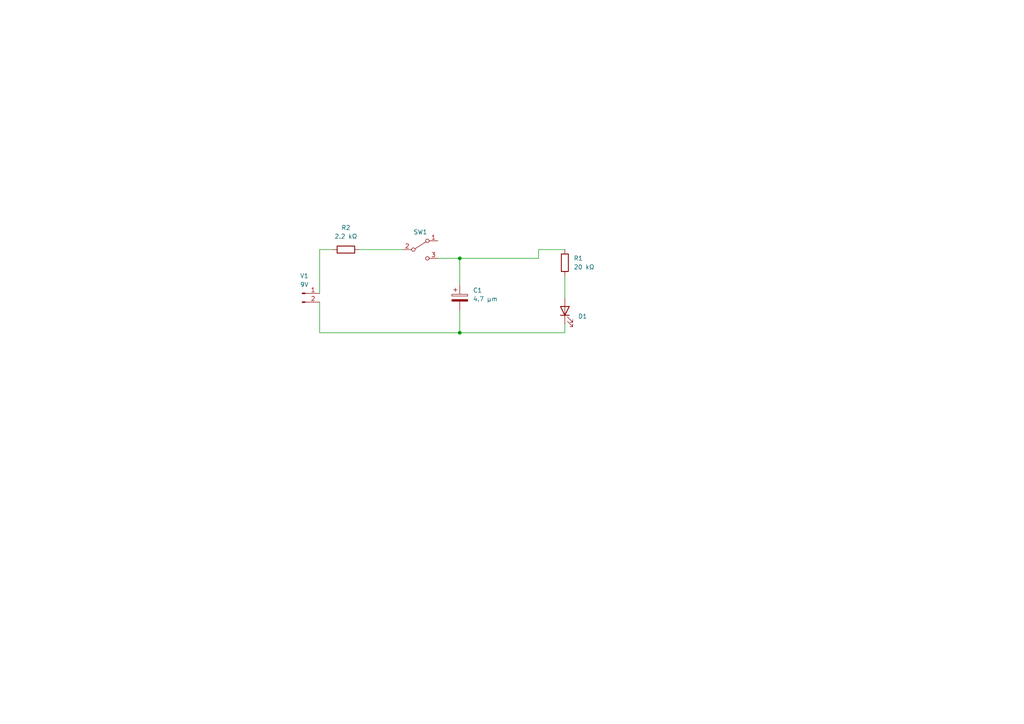
<source format=kicad_sch>
(kicad_sch (version 20211123) (generator eeschema)
  (paper "A4")
  (lib_symbols
    (symbol "Connector:Conn_01x02_Male" (pin_names (offset 1.016) hide)
      (property "Reference" "J" (at 0 2.54 0))
      (property "Value" "Conn_01x02_Male" (at 0 -5.08 0))
      (symbol "Conn_01x02_Male_1_1"
        (polyline (pts (xy 1.27 -2.54) (xy 0.8636 -2.54)) (stroke (width 0.1524)))
        (polyline (pts (xy 1.27 0) (xy 0.8636 0)) (stroke (width 0.1524)))
        (rectangle (start 0.8636 -2.413) (end 0 -2.667) (stroke (width 0.1524)) (fill (type outline)))
        (rectangle (start 0.8636 0.127) (end 0 -0.127) (stroke (width 0.1524)) (fill (type outline)))
        (pin passive line (at 5.08 0 180) (length 3.81) (name "Pin_1") (number "1"))
        (pin passive line (at 5.08 -2.54 180) (length 3.81) (name "Pin_2") (number "2"))
      )
    )
    (symbol "Device:C_Polarized" (pin_numbers hide) (pin_names (offset 0.254))
      (property "Reference" "C" (at 0.635 2.54 0))
      (property "Value" "C_Polarized" (at 0.635 -2.54 0))
      (symbol "C_Polarized_0_1"
        (rectangle (start -2.286 0.508) (end 2.286 1.016))
        (polyline (pts (xy -1.778 2.286) (xy -0.762 2.286)))
        (polyline (pts (xy -1.27 2.794) (xy -1.27 1.778)))
        (rectangle (start 2.286 -0.508) (end -2.286 -1.016) (fill (type outline)))
      )
      (symbol "C_Polarized_1_1"
        (pin passive line (at 0 3.81 270) (length 2.794) (name "~") (number "1"))
        (pin passive line (at 0 -3.81 90) (length 2.794) (name "~") (number "2"))
      )
    )
    (symbol "Device:LED" (pin_numbers hide) (pin_names (offset 1.016) hide)
      (property "Reference" "D" (at 0 2.54 0))
      (property "Value" "LED" (at 0 -2.54 0))
      (symbol "LED_0_1"
        (polyline (pts (xy -1.27 -1.27) (xy -1.27 1.27)) (stroke (width 0.254)))
        (polyline (pts (xy -1.27 0) (xy 1.27 0)))
        (polyline (pts (xy 1.27 -1.27) (xy 1.27 1.27) (xy -1.27 0) (xy 1.27 -1.27)) (stroke (width 0.254)))
        (polyline (pts (xy -3.048 -0.762) (xy -4.572 -2.286) (xy -3.81 -2.286) (xy -4.572 -2.286) (xy -4.572 -1.524)))
        (polyline (pts (xy -1.778 -0.762) (xy -3.302 -2.286) (xy -2.54 -2.286) (xy -3.302 -2.286) (xy -3.302 -1.524)))
      )
      (symbol "LED_1_1"
        (pin passive line (at -3.81 0 0) (length 2.54) (name "K") (number "1"))
        (pin passive line (at 3.81 0 180) (length 2.54) (name "A") (number "2"))
      )
    )
    (symbol "Device:R" (pin_numbers hide) (pin_names (offset 0))
      (property "Reference" "R" (at 2.032 0 90))
      (property "Value" "R" (at 0 0 90))
      (symbol "R_0_1"
        (rectangle (start -1.016 -2.54) (end 1.016 2.54) (stroke (width 0.254)))
      )
      (symbol "R_1_1"
        (pin passive line (at 0 3.81 270) (length 1.27) (name "~") (number "1"))
        (pin passive line (at 0 -3.81 90) (length 1.27) (name "~") (number "2"))
      )
    )
    (symbol "Switch:SW_SPDT" (pin_names (offset 0) hide)
      (property "Reference" "SW" (at 0 4.318 0))
      (property "Value" "SW_SPDT" (at 0 -5.08 0))
      (symbol "SW_SPDT_0_0"
        (circle (center -2.032 0) (radius 0.508))
        (circle (center 2.032 -2.54) (radius 0.508))
      )
      (symbol "SW_SPDT_0_1"
        (polyline (pts (xy -1.524 0.254) (xy 1.651 2.286)))
        (circle (center 2.032 2.54) (radius 0.508))
      )
      (symbol "SW_SPDT_1_1"
        (pin passive line (at 5.08 2.54 180) (length 2.54) (name "A") (number "1"))
        (pin passive line (at -5.08 0 0) (length 2.54) (name "B") (number "2"))
        (pin passive line (at 5.08 -2.54 180) (length 2.54) (name "C") (number "3"))
      )
    )
  )
  (junction (at 133.35 74.93))
  (junction (at 133.35 96.52))
  (wire (pts (xy 104.14 72.39) (xy 116.84 72.39)))
  (wire (pts (xy 163.83 80.01) (xy 163.83 86.36)))
  (wire (pts (xy 133.35 82.55) (xy 133.35 74.93)))
  (wire (pts (xy 133.35 74.93) (xy 156.21 74.93)))
  (wire (pts (xy 156.21 72.39) (xy 163.83 72.39)))
  (wire (pts (xy 92.71 72.39) (xy 96.52 72.39)))
  (wire (pts (xy 92.71 85.09) (xy 92.71 72.39)))
  (wire (pts (xy 163.83 96.52) (xy 133.35 96.52)))
  (wire (pts (xy 156.21 74.93) (xy 156.21 72.39)))
  (wire (pts (xy 92.71 87.63) (xy 92.71 96.52)))
  (wire (pts (xy 133.35 74.93) (xy 127 74.93)))
  (wire (pts (xy 92.71 96.52) (xy 133.35 96.52)))
  (wire (pts (xy 163.83 93.98) (xy 163.83 96.52)))
  (wire (pts (xy 133.35 96.52) (xy 133.35 90.17)))
  (symbol (lib_id "Device:R") (at 163.83 76.2 0) (unit 1)
    (property "Reference" "R1" (at 166.37 74.9299 0) (effects (justify left)))
    (property "Value" "20 kΩ" (at 166.37 77.4699 0) (effects (justify left)))
  )
  (symbol (lib_id "Connector:Conn_01x02_Male") (at 87.63 85.09 0) (unit 1)
    (property "Reference" "V1" (at 88.265 80.01 0))
    (property "Value" "9V" (at 88.265 82.55 0))
  )
  (symbol (lib_id "Device:C_Polarized") (at 133.35 86.36 0) (unit 1)
    (property "Reference" "C1" (at 137.16 84.2009 0) (effects (justify left)))
    (property "Value" "4.7 µm" (at 137.16 86.7409 0) (effects (justify left)))
  )
  (symbol (lib_id "Device:R") (at 100.33 72.39 90) (unit 1)
    (property "Reference" "R2" (at 100.33 66.04 90))
    (property "Value" "2.2 kΩ" (at 100.33 68.58 90))
  )
  (symbol (lib_id "Device:LED") (at 163.83 90.17 90) (unit 1)
    (property "Reference" "D1" (at 167.64 91.7574 90) (effects (justify right)))
    (property "Value" "LED" (effects hide))
  )
  (symbol (lib_id "Switch:SW_SPDT") (at 121.92 72.39 0) (unit 1)
    (property "Reference" "SW1" (at 121.92 67.31 0))
    (property "Value" "SW_SPDT" (effects hide))
  )
)
</source>
